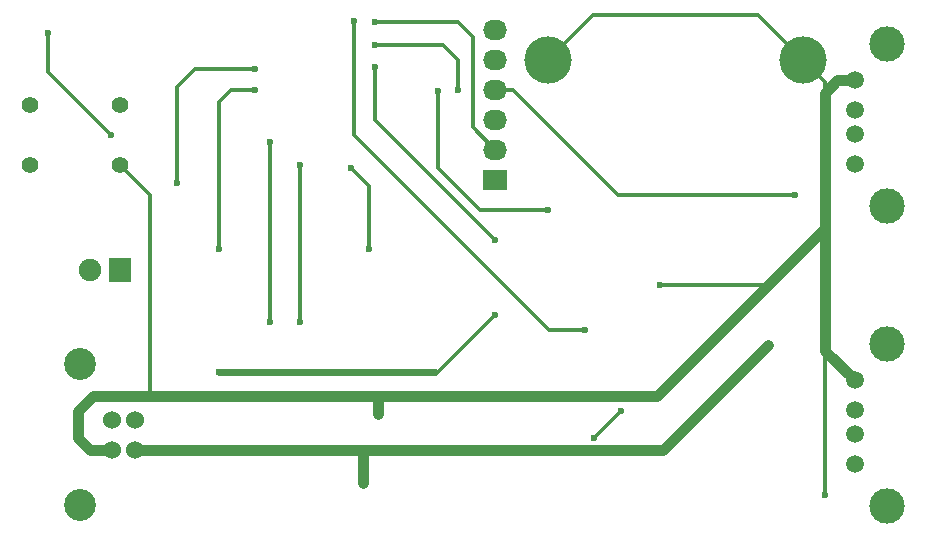
<source format=gbl>
G04 #@! TF.FileFunction,Copper,L2,Bot,Signal*
%FSLAX46Y46*%
G04 Gerber Fmt 4.6, Leading zero omitted, Abs format (unit mm)*
G04 Created by KiCad (PCBNEW 4.0.4-stable) date 10/25/16 00:02:51*
%MOMM*%
%LPD*%
G01*
G04 APERTURE LIST*
%ADD10C,0.100000*%
%ADD11C,4.000000*%
%ADD12C,1.524000*%
%ADD13C,2.700020*%
%ADD14C,1.501140*%
%ADD15C,2.999740*%
%ADD16R,2.032000X1.727200*%
%ADD17O,2.032000X1.727200*%
%ADD18R,1.900000X2.000000*%
%ADD19C,1.900000*%
%ADD20C,1.397000*%
%ADD21C,0.600000*%
%ADD22C,0.300000*%
%ADD23C,0.900000*%
%ADD24C,0.600000*%
G04 APERTURE END LIST*
D10*
D11*
X196220000Y-69850000D03*
X174620000Y-69850000D03*
D12*
X139700000Y-100330000D03*
X139700000Y-102870000D03*
X137701020Y-102870000D03*
X137701020Y-100330000D03*
D13*
X135001000Y-95600520D03*
X135001000Y-107599480D03*
D14*
X200657880Y-71627140D03*
X200657880Y-74167140D03*
X200657880Y-76199140D03*
X200657880Y-78739140D03*
D15*
X203324880Y-68579140D03*
X203324880Y-82295140D03*
D14*
X200657880Y-97027140D03*
X200657880Y-99567140D03*
X200657880Y-101599140D03*
X200657880Y-104139140D03*
D15*
X203324880Y-93979140D03*
X203324880Y-107695140D03*
D16*
X170180000Y-80010000D03*
D17*
X170180000Y-77470000D03*
X170180000Y-74930000D03*
X170180000Y-72390000D03*
X170180000Y-69850000D03*
X170180000Y-67310000D03*
D18*
X138430000Y-87630000D03*
D19*
X135890000Y-87630000D03*
D20*
X138430000Y-73660000D03*
X138430000Y-78740000D03*
X130810000Y-73660000D03*
X130810000Y-78740000D03*
D21*
X198120000Y-106680000D03*
X184150000Y-88900000D03*
X160274000Y-99822000D03*
X193294000Y-88900000D03*
X195580000Y-81280000D03*
X159004000Y-105664000D03*
X193294000Y-93980000D03*
X146812000Y-96266000D03*
X170180000Y-91440000D03*
X165100000Y-96266000D03*
X178562000Y-101854000D03*
X180848000Y-99568000D03*
X137668000Y-76200000D03*
X132334000Y-67564000D03*
X160020000Y-66675000D03*
X153670000Y-78740000D03*
X153670000Y-92075000D03*
X151130000Y-76835000D03*
X151130000Y-92075000D03*
X143256000Y-80264000D03*
X149860000Y-70612000D03*
X160020000Y-68580000D03*
X167005000Y-72390000D03*
X165354000Y-72517000D03*
X174625000Y-82550000D03*
X160020000Y-70485000D03*
X170180000Y-85090000D03*
X177800000Y-92710000D03*
X158242000Y-66548000D03*
X146812000Y-85852000D03*
X149860000Y-72390000D03*
X159512000Y-85852000D03*
X157988000Y-78994000D03*
D22*
X198120000Y-94488000D02*
X198120000Y-94489260D01*
X198120000Y-106680000D02*
X198120000Y-94488000D01*
X138430000Y-78740000D02*
X140970000Y-81280000D01*
X140970000Y-81280000D02*
X140970000Y-98298000D01*
X193294000Y-88900000D02*
X184150000Y-88900000D01*
D23*
X160274000Y-98298000D02*
X160274000Y-99822000D01*
X137701020Y-102870000D02*
X135890000Y-102870000D01*
X185420000Y-96774000D02*
X193294000Y-88900000D01*
X183896000Y-98298000D02*
X185420000Y-96774000D01*
X136144000Y-98298000D02*
X140970000Y-98298000D01*
X140970000Y-98298000D02*
X160274000Y-98298000D01*
X160274000Y-98298000D02*
X183896000Y-98298000D01*
X134874000Y-99568000D02*
X136144000Y-98298000D01*
X134874000Y-101854000D02*
X134874000Y-99568000D01*
X135890000Y-102870000D02*
X134874000Y-101854000D01*
D22*
X198120000Y-72644000D02*
X198120000Y-71750000D01*
X198120000Y-71750000D02*
X196220000Y-69850000D01*
D23*
X198120000Y-84074000D02*
X198120000Y-94489260D01*
X198120000Y-94489260D02*
X200657880Y-97027140D01*
X193294000Y-88900000D02*
X198120000Y-84074000D01*
X199136860Y-71627140D02*
X200657880Y-71627140D01*
X198120000Y-72644000D02*
X199136860Y-71627140D01*
X198120000Y-84074000D02*
X198120000Y-72644000D01*
D22*
X196220000Y-69850000D02*
X192410000Y-66040000D01*
X178430000Y-66040000D02*
X174620000Y-69850000D01*
X192410000Y-66040000D02*
X178430000Y-66040000D01*
D23*
X200660000Y-97025020D02*
X200657880Y-97027140D01*
D22*
X170180000Y-72390000D02*
X171704000Y-72390000D01*
X180594000Y-81280000D02*
X195580000Y-81280000D01*
X171704000Y-72390000D02*
X180594000Y-81280000D01*
D23*
X159004000Y-102870000D02*
X159004000Y-105664000D01*
X139700000Y-102870000D02*
X159004000Y-102870000D01*
X159004000Y-102870000D02*
X184404000Y-102870000D01*
X184404000Y-102870000D02*
X193294000Y-93980000D01*
D24*
X165100000Y-96266000D02*
X146812000Y-96266000D01*
D22*
X165100000Y-96266000D02*
X165354000Y-96266000D01*
X165354000Y-96266000D02*
X170180000Y-91440000D01*
X180848000Y-99568000D02*
X178562000Y-101854000D01*
X132334000Y-70866000D02*
X137668000Y-76200000D01*
X132334000Y-67564000D02*
X132334000Y-70866000D01*
X170180000Y-77470000D02*
X168275000Y-75565000D01*
X167005000Y-66675000D02*
X160020000Y-66675000D01*
X168275000Y-67945000D02*
X167005000Y-66675000D01*
X168275000Y-75565000D02*
X168275000Y-67945000D01*
X153670000Y-92075000D02*
X153670000Y-78740000D01*
X151130000Y-92075000D02*
X151130000Y-76835000D01*
X143256000Y-72136000D02*
X143256000Y-80264000D01*
X144780000Y-70612000D02*
X143256000Y-72136000D01*
X149860000Y-70612000D02*
X144780000Y-70612000D01*
X165735000Y-68580000D02*
X160020000Y-68580000D01*
X167005000Y-69850000D02*
X165735000Y-68580000D01*
X167005000Y-72390000D02*
X167005000Y-69850000D01*
X165354000Y-78994000D02*
X165354000Y-72517000D01*
X168910000Y-82550000D02*
X165354000Y-78994000D01*
X174625000Y-82550000D02*
X168910000Y-82550000D01*
X160020000Y-74930000D02*
X160020000Y-70485000D01*
X170180000Y-85090000D02*
X160020000Y-74930000D01*
X174752000Y-92710000D02*
X177800000Y-92710000D01*
X158242000Y-76200000D02*
X174752000Y-92710000D01*
X158242000Y-66548000D02*
X158242000Y-76200000D01*
X146812000Y-73406000D02*
X146812000Y-85852000D01*
X147828000Y-72390000D02*
X146812000Y-73406000D01*
X149860000Y-72390000D02*
X147828000Y-72390000D01*
X159512000Y-80518000D02*
X159512000Y-85852000D01*
X157988000Y-78994000D02*
X159512000Y-80518000D01*
M02*

</source>
